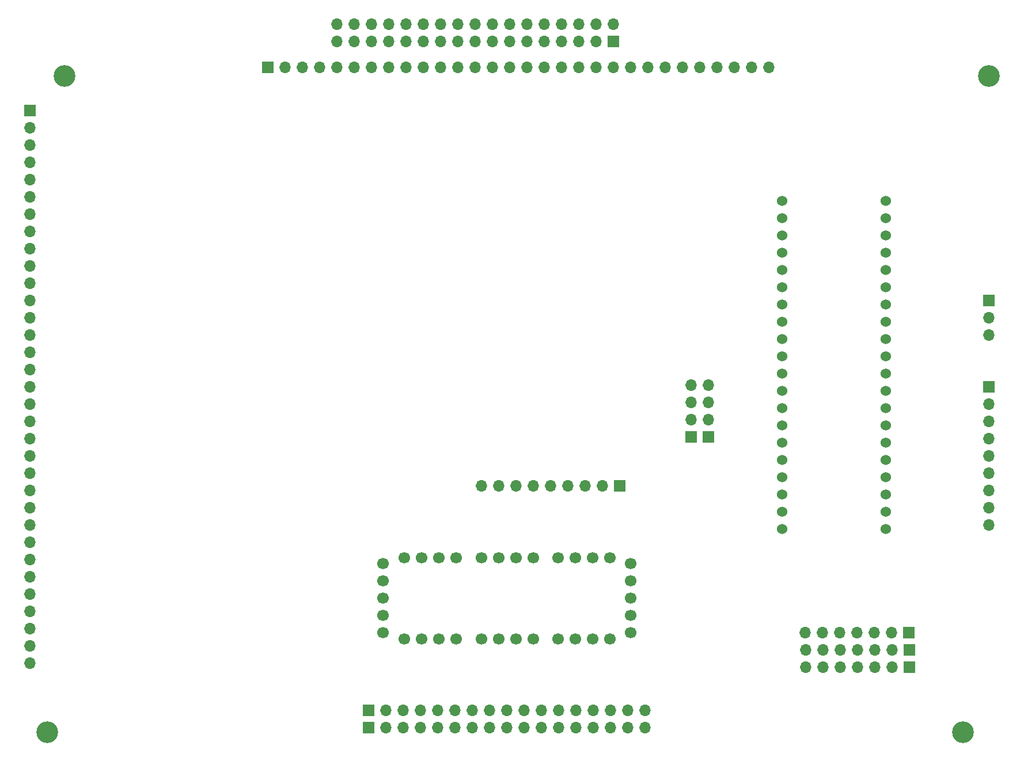
<source format=gbr>
%TF.GenerationSoftware,KiCad,Pcbnew,(5.1.9)-1*%
%TF.CreationDate,2021-05-29T21:33:32-04:00*%
%TF.ProjectId,backside,6261636b-7369-4646-952e-6b696361645f,rev?*%
%TF.SameCoordinates,Original*%
%TF.FileFunction,Soldermask,Bot*%
%TF.FilePolarity,Negative*%
%FSLAX46Y46*%
G04 Gerber Fmt 4.6, Leading zero omitted, Abs format (unit mm)*
G04 Created by KiCad (PCBNEW (5.1.9)-1) date 2021-05-29 21:33:32*
%MOMM*%
%LPD*%
G01*
G04 APERTURE LIST*
%ADD10O,1.700000X1.700000*%
%ADD11R,1.700000X1.700000*%
%ADD12C,1.700000*%
%ADD13C,3.200000*%
%ADD14C,1.524000*%
G04 APERTURE END LIST*
D10*
%TO.C,J18*%
X29210000Y-44450000D03*
X29210000Y-46990000D03*
X31750000Y-44450000D03*
X31750000Y-46990000D03*
X34290000Y-44450000D03*
X34290000Y-46990000D03*
X36830000Y-44450000D03*
X36830000Y-46990000D03*
X39370000Y-44450000D03*
X39370000Y-46990000D03*
X41910000Y-44450000D03*
X41910000Y-46990000D03*
X44450000Y-44450000D03*
X44450000Y-46990000D03*
X46990000Y-44450000D03*
X46990000Y-46990000D03*
X49530000Y-44450000D03*
X49530000Y-46990000D03*
X52070000Y-44450000D03*
X52070000Y-46990000D03*
X54610000Y-44450000D03*
X54610000Y-46990000D03*
X57150000Y-44450000D03*
X57150000Y-46990000D03*
X59690000Y-44450000D03*
X59690000Y-46990000D03*
X62230000Y-44450000D03*
X62230000Y-46990000D03*
X64770000Y-44450000D03*
X64770000Y-46990000D03*
X67310000Y-44450000D03*
X67310000Y-46990000D03*
X69850000Y-44450000D03*
D11*
X69850000Y-46990000D03*
%TD*%
D12*
%TO.C,A1*%
X69335000Y-122940000D03*
X66795000Y-122940000D03*
X64255000Y-122940000D03*
X61715000Y-122940000D03*
X58035000Y-122940000D03*
X55495000Y-122940000D03*
X52955000Y-122940000D03*
X50415000Y-122940000D03*
X46735000Y-122940000D03*
X44195000Y-122940000D03*
X41655000Y-122940000D03*
X39115000Y-122940000D03*
X69335000Y-134870000D03*
X66795000Y-134870000D03*
X64255000Y-134870000D03*
X61715000Y-134870000D03*
X58035000Y-134870000D03*
X55495000Y-134870000D03*
X50415000Y-134870000D03*
X52955000Y-134870000D03*
X46735000Y-134870000D03*
X44195000Y-134870000D03*
X41655000Y-134870000D03*
X39115000Y-134870000D03*
X72385000Y-123820000D03*
X72385000Y-126360000D03*
X72385000Y-128900000D03*
X72385000Y-131440000D03*
X72385000Y-133980000D03*
X35945000Y-123820000D03*
X35945000Y-126360000D03*
X35945000Y-128900000D03*
X35945000Y-131440000D03*
X35945000Y-133980000D03*
%TD*%
D13*
%TO.C,MH1*%
X125070000Y-52070000D03*
%TD*%
%TO.C,MH4*%
X-10820000Y-52070000D03*
%TD*%
%TO.C,MH2*%
X121260000Y-148590000D03*
%TD*%
%TO.C,MH3*%
X-13360000Y-148590000D03*
%TD*%
D10*
%TO.C,J17*%
X81280000Y-97572000D03*
X81280000Y-100112000D03*
X81280000Y-102652000D03*
D11*
X81280000Y-105192000D03*
%TD*%
D10*
%TO.C,J16*%
X98080000Y-139065000D03*
X100620000Y-139065000D03*
X103160000Y-139065000D03*
X105700000Y-139065000D03*
X108240000Y-139065000D03*
X110780000Y-139065000D03*
D11*
X113320000Y-139065000D03*
%TD*%
D10*
%TO.C,J15*%
X98080000Y-136525000D03*
X100620000Y-136525000D03*
X103160000Y-136525000D03*
X105700000Y-136525000D03*
X108240000Y-136525000D03*
X110780000Y-136525000D03*
D11*
X113320000Y-136525000D03*
%TD*%
D10*
%TO.C,J14*%
X98044000Y-133985000D03*
X100584000Y-133985000D03*
X103124000Y-133985000D03*
X105664000Y-133985000D03*
X108204000Y-133985000D03*
X110744000Y-133985000D03*
D11*
X113284000Y-133985000D03*
%TD*%
D10*
%TO.C,J9*%
X92685000Y-50800000D03*
X90145000Y-50800000D03*
X87605000Y-50800000D03*
X85065000Y-50800000D03*
X82525000Y-50800000D03*
X79985000Y-50800000D03*
X77445000Y-50800000D03*
X74905000Y-50800000D03*
X72365000Y-50800000D03*
X69825000Y-50800000D03*
X67285000Y-50800000D03*
X64745000Y-50800000D03*
X62205000Y-50800000D03*
X59665000Y-50800000D03*
X57125000Y-50800000D03*
X54585000Y-50800000D03*
X52045000Y-50800000D03*
X49505000Y-50800000D03*
X46965000Y-50800000D03*
X44425000Y-50800000D03*
X41885000Y-50800000D03*
X39345000Y-50800000D03*
X36805000Y-50800000D03*
X34265000Y-50800000D03*
X31725000Y-50800000D03*
X29185000Y-50800000D03*
X26645000Y-50800000D03*
X24105000Y-50800000D03*
X21565000Y-50800000D03*
D11*
X19025000Y-50800000D03*
%TD*%
D10*
%TO.C,J8*%
X83820000Y-97572000D03*
X83820000Y-100112000D03*
X83820000Y-102652000D03*
D11*
X83820000Y-105192000D03*
%TD*%
D10*
%TO.C,J6*%
X74459000Y-147955000D03*
X71919000Y-147955000D03*
X69379000Y-147955000D03*
X66839000Y-147955000D03*
X64299000Y-147955000D03*
X61759000Y-147955000D03*
X59219000Y-147955000D03*
X56679000Y-147955000D03*
X54139000Y-147955000D03*
X51599000Y-147955000D03*
X49059000Y-147955000D03*
X46519000Y-147955000D03*
X43979000Y-147955000D03*
X41439000Y-147955000D03*
X38899000Y-147955000D03*
X36359000Y-147955000D03*
D11*
X33819000Y-147955000D03*
%TD*%
D10*
%TO.C,J4*%
X74459000Y-145415000D03*
X71919000Y-145415000D03*
X69379000Y-145415000D03*
X66839000Y-145415000D03*
X64299000Y-145415000D03*
X61759000Y-145415000D03*
X59219000Y-145415000D03*
X56679000Y-145415000D03*
X54139000Y-145415000D03*
X51599000Y-145415000D03*
X49059000Y-145415000D03*
X46519000Y-145415000D03*
X43979000Y-145415000D03*
X41439000Y-145415000D03*
X38899000Y-145415000D03*
X36359000Y-145415000D03*
D11*
X33819000Y-145415000D03*
%TD*%
D14*
%TO.C,U3*%
X109855000Y-88265000D03*
X109855000Y-90805000D03*
X109855000Y-93345000D03*
X109855000Y-95885000D03*
X109855000Y-98425000D03*
X109855000Y-100965000D03*
X109855000Y-103505000D03*
X109855000Y-106045000D03*
X109855000Y-108585000D03*
X109855000Y-111125000D03*
X109855000Y-113665000D03*
X109855000Y-116205000D03*
X109855000Y-118745000D03*
X109855000Y-85725000D03*
X109855000Y-83185000D03*
X109855000Y-80645000D03*
X109855000Y-78105000D03*
X109855000Y-75565000D03*
X109855000Y-73025000D03*
X109855000Y-70485000D03*
X94615000Y-118745000D03*
X94615000Y-116205000D03*
X94615000Y-113665000D03*
X94615000Y-111125000D03*
X94615000Y-108585000D03*
X94615000Y-106045000D03*
X94615000Y-103505000D03*
X94615000Y-100965000D03*
X94615000Y-98425000D03*
X94615000Y-95885000D03*
X94615000Y-93345000D03*
X94615000Y-90805000D03*
X94615000Y-88265000D03*
X94615000Y-85725000D03*
X94615000Y-83185000D03*
X94615000Y-80645000D03*
X94615000Y-78105000D03*
X94615000Y-75565000D03*
X94615000Y-73025000D03*
X94615000Y-70485000D03*
%TD*%
D10*
%TO.C,J7*%
X-15900000Y-138430000D03*
X-15900000Y-135890000D03*
X-15900000Y-133350000D03*
X-15900000Y-130810000D03*
X-15900000Y-128270000D03*
X-15900000Y-125730000D03*
X-15900000Y-123190000D03*
X-15900000Y-120650000D03*
X-15900000Y-118110000D03*
X-15900000Y-115570000D03*
X-15900000Y-113030000D03*
X-15900000Y-110490000D03*
X-15900000Y-107950000D03*
X-15900000Y-105410000D03*
X-15900000Y-102870000D03*
X-15900000Y-100330000D03*
X-15900000Y-97790000D03*
X-15900000Y-95250000D03*
X-15900000Y-92710000D03*
X-15900000Y-90170000D03*
X-15900000Y-87630000D03*
X-15900000Y-85090000D03*
X-15900000Y-82550000D03*
X-15900000Y-80010000D03*
X-15900000Y-77470000D03*
X-15900000Y-74930000D03*
X-15900000Y-72390000D03*
X-15900000Y-69850000D03*
X-15900000Y-67310000D03*
X-15900000Y-64770000D03*
X-15900000Y-62230000D03*
X-15900000Y-59690000D03*
D11*
X-15900000Y-57150000D03*
%TD*%
D10*
%TO.C,J5*%
X125070000Y-118110000D03*
X125070000Y-115570000D03*
X125070000Y-113030000D03*
X125070000Y-110490000D03*
X125070000Y-107950000D03*
X125070000Y-105410000D03*
X125070000Y-102870000D03*
X125070000Y-100330000D03*
D11*
X125070000Y-97790000D03*
%TD*%
D10*
%TO.C,J3*%
X125070000Y-90170000D03*
X125070000Y-87630000D03*
D11*
X125070000Y-85090000D03*
%TD*%
D10*
%TO.C,J1*%
X50419000Y-112395000D03*
X52959000Y-112395000D03*
X55499000Y-112395000D03*
X58039000Y-112395000D03*
X60579000Y-112395000D03*
X63119000Y-112395000D03*
X65659000Y-112395000D03*
X68199000Y-112395000D03*
D11*
X70739000Y-112395000D03*
%TD*%
M02*

</source>
